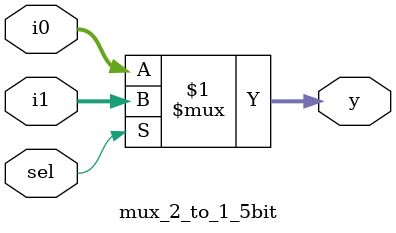
<source format=v>
module mux_2_to_1_5bit(i0, i1, sel, y);
	input [4:0] i0, i1;
	input sel;
	output [4:0] y;
	assign y = sel ? i1 : i0;
endmodule


</source>
